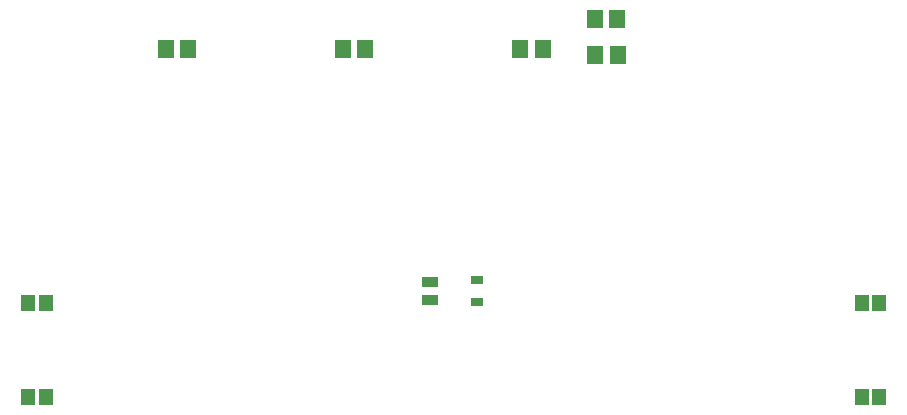
<source format=gbp>
G04*
G04 #@! TF.GenerationSoftware,Altium Limited,Altium Designer,21.8.1 (53)*
G04*
G04 Layer_Color=128*
%FSLAX25Y25*%
%MOIN*%
G70*
G04*
G04 #@! TF.SameCoordinates,79EC032F-631B-404A-8042-777835F6C2BC*
G04*
G04*
G04 #@! TF.FilePolarity,Positive*
G04*
G01*
G75*
%ADD23R,0.05512X0.06102*%
%ADD25R,0.05315X0.03740*%
%ADD81R,0.04528X0.05315*%
%ADD82R,0.04134X0.03150*%
D23*
X61575Y159449D02*
D03*
X69055D02*
D03*
X120630Y159449D02*
D03*
X128110D02*
D03*
X179685D02*
D03*
X187165D02*
D03*
X212106Y169291D02*
D03*
X204626D02*
D03*
X212205Y157480D02*
D03*
X204724D02*
D03*
D25*
X149606Y81693D02*
D03*
Y75787D02*
D03*
D81*
X15748Y43307D02*
D03*
X21457D02*
D03*
X15748Y74803D02*
D03*
X21457D02*
D03*
X299213D02*
D03*
X293504D02*
D03*
X299213Y43307D02*
D03*
X293504D02*
D03*
D82*
X165354Y82382D02*
D03*
Y75098D02*
D03*
M02*

</source>
